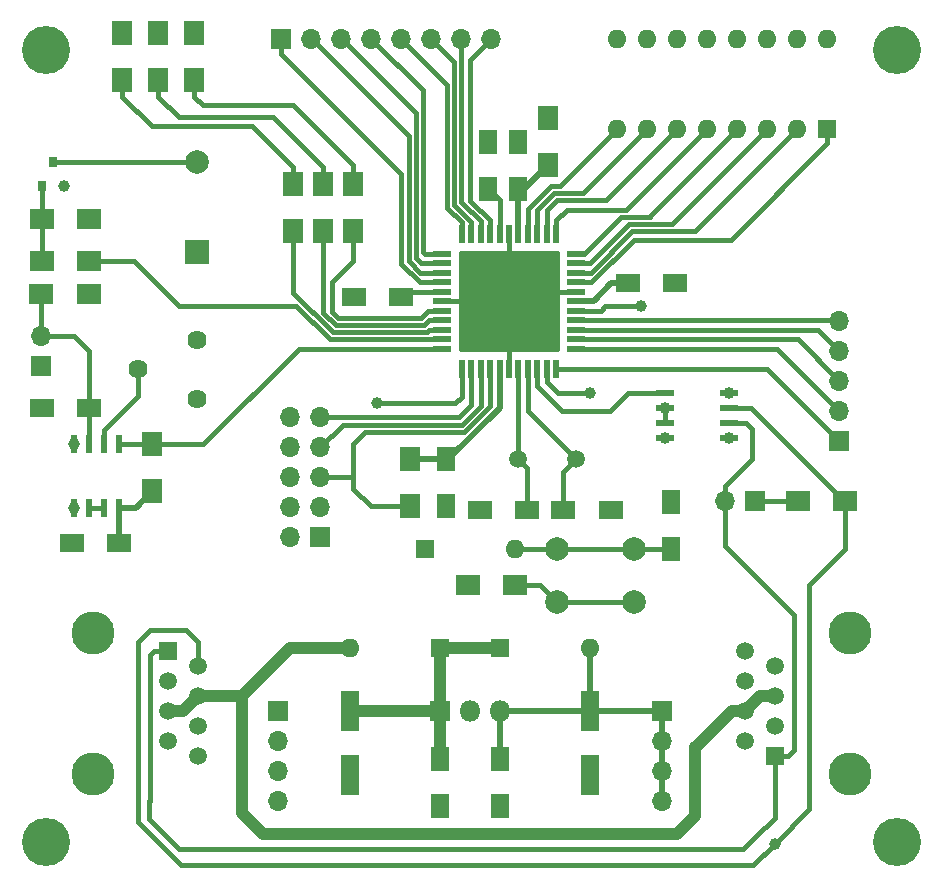
<source format=gbr>
G04 #@! TF.FileFunction,Copper,L1,Top,Signal*
%FSLAX46Y46*%
G04 Gerber Fmt 4.6, Leading zero omitted, Abs format (unit mm)*
G04 Created by KiCad (PCBNEW 4.0.7-e2-6376~58~ubuntu16.04.1) date Wed Jun 27 11:01:06 2018*
%MOMM*%
%LPD*%
G01*
G04 APERTURE LIST*
%ADD10C,0.100000*%
%ADD11R,1.700000X2.000000*%
%ADD12C,3.650000*%
%ADD13R,1.500000X1.500000*%
%ADD14C,1.500000*%
%ADD15R,2.000000X1.700000*%
%ADD16R,2.000000X1.600000*%
%ADD17R,1.600000X1.600000*%
%ADD18O,1.600000X1.600000*%
%ADD19R,1.600000X2.000000*%
%ADD20C,2.000000*%
%ADD21R,0.800000X0.900000*%
%ADD22R,1.550000X0.600000*%
%ADD23R,2.000000X2.000000*%
%ADD24R,1.600000X3.500000*%
%ADD25R,1.700000X1.700000*%
%ADD26O,1.700000X1.700000*%
%ADD27C,1.620000*%
%ADD28R,0.550000X1.500000*%
%ADD29R,1.500000X0.550000*%
%ADD30R,0.600000X1.550000*%
%ADD31R,1.800000X1.800000*%
%ADD32O,1.800000X1.800000*%
%ADD33C,4.064000*%
%ADD34C,1.000000*%
%ADD35C,0.500000*%
%ADD36C,0.400000*%
%ADD37C,1.000000*%
%ADD38C,0.254000*%
G04 APERTURE END LIST*
D10*
D11*
X210820000Y-104584000D03*
X210820000Y-100584000D03*
D12*
X248000000Y-115350000D03*
X248000000Y-127220000D03*
D13*
X241650000Y-125730000D03*
D14*
X239110000Y-124460000D03*
X241650000Y-123190000D03*
X239110000Y-121920000D03*
X241650000Y-120650000D03*
X239110000Y-119380000D03*
X241650000Y-118110000D03*
X239110000Y-116840000D03*
D12*
X183912000Y-127220000D03*
X183912000Y-115350000D03*
D13*
X190262000Y-116840000D03*
D14*
X192802000Y-118110000D03*
X190262000Y-119380000D03*
X192802000Y-120650000D03*
X190262000Y-121920000D03*
X192802000Y-123190000D03*
X190262000Y-124460000D03*
X192802000Y-125730000D03*
D15*
X219710000Y-111252000D03*
X215710000Y-111252000D03*
D16*
X220726000Y-104902000D03*
X216726000Y-104902000D03*
D17*
X212090000Y-108204000D03*
D18*
X219710000Y-108204000D03*
D19*
X213868000Y-100584000D03*
X213868000Y-104584000D03*
X232918000Y-108204000D03*
X232918000Y-104204000D03*
D16*
X223774000Y-104902000D03*
X227774000Y-104902000D03*
D20*
X229766000Y-108204000D03*
X229766000Y-112704000D03*
X223266000Y-108204000D03*
X223266000Y-112704000D03*
D14*
X219964000Y-100584000D03*
X224844000Y-100584000D03*
D21*
X179624000Y-77440000D03*
X181524000Y-77440000D03*
X180574000Y-75440000D03*
D22*
X232410000Y-94996000D03*
X232410000Y-96266000D03*
X232410000Y-97536000D03*
X232410000Y-98806000D03*
X237810000Y-98806000D03*
X237810000Y-97536000D03*
X237810000Y-96266000D03*
X237810000Y-94996000D03*
D23*
X192786000Y-83038000D03*
D20*
X192786000Y-75438000D03*
D19*
X217424000Y-77724000D03*
X217424000Y-73724000D03*
D16*
X229235000Y-85725000D03*
X233235000Y-85725000D03*
X210058000Y-86868000D03*
X206058000Y-86868000D03*
D19*
X219964000Y-77724000D03*
X219964000Y-73724000D03*
D16*
X183642000Y-96266000D03*
X179642000Y-96266000D03*
X182182000Y-107696000D03*
X186182000Y-107696000D03*
D24*
X205740000Y-121920000D03*
X205740000Y-127320000D03*
D19*
X213360000Y-125984000D03*
X213360000Y-129984000D03*
X218440000Y-125984000D03*
X218440000Y-129984000D03*
D24*
X226060000Y-121920000D03*
X226060000Y-127320000D03*
D25*
X203200000Y-107188000D03*
D26*
X200660000Y-107188000D03*
X203200000Y-104648000D03*
X200660000Y-104648000D03*
X203200000Y-102108000D03*
X200660000Y-102108000D03*
X203200000Y-99568000D03*
X200660000Y-99568000D03*
X203200000Y-97028000D03*
X200660000Y-97028000D03*
D11*
X192532000Y-64516000D03*
X192532000Y-68516000D03*
X189484000Y-64516000D03*
X189484000Y-68516000D03*
X186436000Y-64516000D03*
X186436000Y-68516000D03*
D17*
X213360000Y-116586000D03*
D18*
X205740000Y-116586000D03*
D17*
X218440000Y-116586000D03*
D18*
X226060000Y-116586000D03*
D25*
X199898000Y-65024000D03*
D26*
X202438000Y-65024000D03*
X204978000Y-65024000D03*
X207518000Y-65024000D03*
X210058000Y-65024000D03*
X212598000Y-65024000D03*
X215138000Y-65024000D03*
X217678000Y-65024000D03*
D25*
X247142000Y-99060000D03*
D26*
X247142000Y-96520000D03*
X247142000Y-93980000D03*
X247142000Y-91440000D03*
X247142000Y-88900000D03*
D25*
X179578000Y-92710000D03*
D26*
X179578000Y-90170000D03*
D25*
X199644000Y-121920000D03*
D26*
X199644000Y-124460000D03*
X199644000Y-127000000D03*
X199644000Y-129540000D03*
D25*
X232156000Y-121920000D03*
D26*
X232156000Y-124460000D03*
X232156000Y-127000000D03*
X232156000Y-129540000D03*
D25*
X240030000Y-104140000D03*
D26*
X237490000Y-104140000D03*
D11*
X222504000Y-71692000D03*
X222504000Y-75692000D03*
X205994000Y-77280000D03*
X205994000Y-81280000D03*
X203454000Y-77280000D03*
X203454000Y-81280000D03*
X200914000Y-77280000D03*
X200914000Y-81280000D03*
D15*
X247650000Y-104140000D03*
X243650000Y-104140000D03*
X183578000Y-86614000D03*
X179578000Y-86614000D03*
D11*
X188976000Y-103314000D03*
X188976000Y-99314000D03*
D15*
X179624000Y-83790000D03*
X183624000Y-83790000D03*
X179624000Y-80234000D03*
X183624000Y-80234000D03*
D27*
X192786000Y-95504000D03*
X187786000Y-93004000D03*
X192786000Y-90504000D03*
D17*
X246126000Y-72644000D03*
D18*
X228346000Y-65024000D03*
X243586000Y-72644000D03*
X230886000Y-65024000D03*
X241046000Y-72644000D03*
X233426000Y-65024000D03*
X238506000Y-72644000D03*
X235966000Y-65024000D03*
X235966000Y-72644000D03*
X238506000Y-65024000D03*
X233426000Y-72644000D03*
X241046000Y-65024000D03*
X230886000Y-72644000D03*
X243586000Y-65024000D03*
X228346000Y-72644000D03*
X246126000Y-65024000D03*
D28*
X215164000Y-92934000D03*
X215964000Y-92934000D03*
X216764000Y-92934000D03*
X217564000Y-92934000D03*
X218364000Y-92934000D03*
X219164000Y-92934000D03*
X219964000Y-92934000D03*
X220764000Y-92934000D03*
X221564000Y-92934000D03*
X222364000Y-92934000D03*
X223164000Y-92934000D03*
D29*
X224864000Y-91234000D03*
X224864000Y-90434000D03*
X224864000Y-89634000D03*
X224864000Y-88834000D03*
X224864000Y-88034000D03*
X224864000Y-87234000D03*
X224864000Y-86434000D03*
X224864000Y-85634000D03*
X224864000Y-84834000D03*
X224864000Y-84034000D03*
X224864000Y-83234000D03*
D28*
X223164000Y-81534000D03*
X222364000Y-81534000D03*
X221564000Y-81534000D03*
X220764000Y-81534000D03*
X219964000Y-81534000D03*
X219164000Y-81534000D03*
X218364000Y-81534000D03*
X217564000Y-81534000D03*
X216764000Y-81534000D03*
X215964000Y-81534000D03*
X215164000Y-81534000D03*
D29*
X213464000Y-83234000D03*
X213464000Y-84034000D03*
X213464000Y-84834000D03*
X213464000Y-85634000D03*
X213464000Y-86434000D03*
X213464000Y-87234000D03*
X213464000Y-88034000D03*
X213464000Y-88834000D03*
X213464000Y-89634000D03*
X213464000Y-90434000D03*
X213464000Y-91234000D03*
D30*
X186182000Y-99314000D03*
X184912000Y-99314000D03*
X183642000Y-99314000D03*
X182372000Y-99314000D03*
X182372000Y-104714000D03*
X183642000Y-104714000D03*
X184912000Y-104714000D03*
X186182000Y-104714000D03*
D31*
X213360000Y-121920000D03*
D32*
X215900000Y-121920000D03*
X218440000Y-121920000D03*
D33*
X252000000Y-133000000D03*
X180000000Y-133000000D03*
X180000000Y-66000000D03*
X252000000Y-66000000D03*
D34*
X210820000Y-100584000D03*
X186182000Y-107696000D03*
X183578000Y-86614000D03*
X210058000Y-86868000D03*
X222504000Y-71692000D03*
X229235000Y-85725000D03*
X237810000Y-94996000D03*
X210820000Y-104584000D03*
X213868000Y-104584000D03*
X216726000Y-104902000D03*
X215710000Y-111252000D03*
X206058000Y-86868000D03*
X219022000Y-87234000D03*
X233235000Y-85725000D03*
X237810000Y-98806000D03*
X227774000Y-104902000D03*
X232918000Y-104204000D03*
X226060000Y-127320000D03*
X218440000Y-129984000D03*
X213360000Y-129984000D03*
X205740000Y-127320000D03*
X182182000Y-107696000D03*
X182372000Y-99314000D03*
X182372000Y-104714000D03*
X179642000Y-96266000D03*
X181524000Y-77440000D03*
X183624000Y-80234000D03*
X217424000Y-73724000D03*
X219964000Y-73724000D03*
X192532000Y-64516000D03*
X189484000Y-64516000D03*
X186436000Y-64516000D03*
X208026000Y-95885000D03*
X241681000Y-133168106D03*
X226060000Y-94996000D03*
X232410000Y-98806000D03*
X232410000Y-96266000D03*
X230378000Y-87630000D03*
D35*
X224864000Y-87234000D02*
X226329000Y-87234000D01*
X226329000Y-87234000D02*
X227838000Y-85725000D01*
X227838000Y-85725000D02*
X229235000Y-85725000D01*
X186182000Y-104714000D02*
X187576000Y-104714000D01*
X187576000Y-104714000D02*
X188976000Y-103314000D01*
X186182000Y-107696000D02*
X186182000Y-104714000D01*
X210820000Y-100584000D02*
X214025252Y-100584000D01*
X214025252Y-100584000D02*
X218364000Y-96245252D01*
X218364000Y-96245252D02*
X218364000Y-92934000D01*
X226060000Y-121920000D02*
X226060000Y-119670000D01*
X226060000Y-119670000D02*
X226060000Y-116586000D01*
X218440000Y-121920000D02*
X218440000Y-125984000D01*
X218440000Y-121920000D02*
X226060000Y-121920000D01*
X232156000Y-127000000D02*
X232156000Y-129540000D01*
X232156000Y-124460000D02*
X232156000Y-127000000D01*
X232156000Y-121920000D02*
X232156000Y-124460000D01*
X226060000Y-121920000D02*
X232156000Y-121920000D01*
D36*
X213464000Y-86434000D02*
X210492000Y-86434000D01*
X210492000Y-86434000D02*
X210058000Y-86868000D01*
X180574000Y-75440000D02*
X192784000Y-75440000D01*
X192784000Y-75440000D02*
X192786000Y-75438000D01*
X205994000Y-99314000D02*
X205994000Y-102108000D01*
X205994000Y-102108000D02*
X205994000Y-103124000D01*
X203200000Y-102108000D02*
X205994000Y-102108000D01*
X217564000Y-92934000D02*
X217564000Y-96126000D01*
X217564000Y-96126000D02*
X215392000Y-98298000D01*
X215392000Y-98298000D02*
X207010000Y-98298000D01*
X207010000Y-98298000D02*
X205994000Y-99314000D01*
X205994000Y-103124000D02*
X207454000Y-104584000D01*
X207454000Y-104584000D02*
X210820000Y-104584000D01*
X229766000Y-108204000D02*
X223266000Y-108204000D01*
X219710000Y-108204000D02*
X223266000Y-108204000D01*
X232918000Y-108204000D02*
X229766000Y-108204000D01*
X219164000Y-81534000D02*
X219164000Y-86360000D01*
X219164000Y-86360000D02*
X219164000Y-87376000D01*
X224864000Y-86434000D02*
X219238000Y-86434000D01*
X219238000Y-86434000D02*
X219164000Y-86360000D01*
X219164000Y-87376000D02*
X219164000Y-92934000D01*
X213464000Y-87234000D02*
X219022000Y-87234000D01*
X219022000Y-87234000D02*
X219164000Y-87376000D01*
X219964000Y-92934000D02*
X219964000Y-100584000D01*
X219964000Y-100584000D02*
X220726000Y-101346000D01*
X220726000Y-101346000D02*
X220726000Y-104902000D01*
X224844000Y-100584000D02*
X220764000Y-96504000D01*
X220764000Y-96504000D02*
X220764000Y-92934000D01*
X224844000Y-100584000D02*
X223774000Y-101654000D01*
X223774000Y-101654000D02*
X223774000Y-104902000D01*
X218364000Y-81534000D02*
X218364000Y-78664000D01*
X218364000Y-78664000D02*
X217424000Y-77724000D01*
D35*
X219964000Y-77724000D02*
X220472000Y-77724000D01*
X220472000Y-77724000D02*
X222504000Y-75692000D01*
X219964000Y-81534000D02*
X219964000Y-77724000D01*
D36*
X179578000Y-90170000D02*
X182372000Y-90170000D01*
X182372000Y-90170000D02*
X183642000Y-91440000D01*
X183642000Y-91440000D02*
X183642000Y-94234000D01*
X183642000Y-94234000D02*
X183642000Y-96266000D01*
X183642000Y-96266000D02*
X183642000Y-99314000D01*
X179578000Y-86614000D02*
X179578000Y-90170000D01*
D37*
X213360000Y-116586000D02*
X218440000Y-116586000D01*
X213360000Y-121920000D02*
X213360000Y-125984000D01*
X213360000Y-116586000D02*
X213360000Y-121920000D01*
X205740000Y-121920000D02*
X213360000Y-121920000D01*
D36*
X214630000Y-95885000D02*
X208026000Y-95885000D01*
X215164000Y-95351000D02*
X214630000Y-95885000D01*
X215164000Y-92934000D02*
X215164000Y-95351000D01*
X216764000Y-92934000D02*
X216764000Y-96077458D01*
X216764000Y-96077458D02*
X215143468Y-97697990D01*
X215143468Y-97697990D02*
X205070009Y-97697991D01*
X205070009Y-97697991D02*
X203200000Y-99568000D01*
X203200000Y-97028000D02*
X214964916Y-97028000D01*
X214964916Y-97028000D02*
X215964000Y-96028916D01*
X215964000Y-96028916D02*
X215964000Y-92934000D01*
X192532000Y-68516000D02*
X192532000Y-69916000D01*
X200914000Y-70612000D02*
X205994000Y-75692000D01*
X192532000Y-69916000D02*
X193228000Y-70612000D01*
X193228000Y-70612000D02*
X200914000Y-70612000D01*
X205994000Y-75692000D02*
X205994000Y-77280000D01*
X189484000Y-68516000D02*
X189484000Y-69916000D01*
X189484000Y-69916000D02*
X191196000Y-71628000D01*
X191196000Y-71628000D02*
X199202000Y-71628000D01*
X199202000Y-71628000D02*
X203454000Y-75880000D01*
X203454000Y-75880000D02*
X203454000Y-77280000D01*
X189484000Y-68666000D02*
X189484000Y-68516000D01*
X193716000Y-72390000D02*
X194056000Y-72390000D01*
X186436000Y-69916000D02*
X188910000Y-72390000D01*
X194056000Y-72390000D02*
X196850000Y-72390000D01*
X186436000Y-68516000D02*
X186436000Y-69916000D01*
X188910000Y-72390000D02*
X194056000Y-72390000D01*
X196850000Y-72390000D02*
X197104000Y-72390000D01*
X200914000Y-77280000D02*
X200914000Y-75880000D01*
X200914000Y-75880000D02*
X197424000Y-72390000D01*
X197424000Y-72390000D02*
X196850000Y-72390000D01*
X186436000Y-68516000D02*
X186436000Y-68666000D01*
D37*
X241650000Y-120650000D02*
X240380000Y-120650000D01*
X240380000Y-120650000D02*
X239110000Y-121920000D01*
X239110000Y-121920000D02*
X238049340Y-121920000D01*
X238049340Y-121920000D02*
X235001340Y-124968000D01*
X235001340Y-124968000D02*
X234950000Y-124968000D01*
X192802000Y-120650000D02*
X196596000Y-120650000D01*
X190262000Y-121920000D02*
X191532000Y-121920000D01*
X191532000Y-121920000D02*
X192802000Y-120650000D01*
X205740000Y-116586000D02*
X200660000Y-116586000D01*
X200660000Y-116586000D02*
X196596000Y-120650000D01*
X196596000Y-120650000D02*
X196596000Y-130556000D01*
X234950000Y-130810000D02*
X234950000Y-124968000D01*
X196596000Y-130556000D02*
X198374000Y-132334000D01*
X198374000Y-132334000D02*
X233426000Y-132334000D01*
X233426000Y-132334000D02*
X234950000Y-130810000D01*
D36*
X210058000Y-76434000D02*
X210058000Y-84074000D01*
X210058000Y-84074000D02*
X211618000Y-85634000D01*
X211618000Y-85634000D02*
X212314000Y-85634000D01*
X212314000Y-85634000D02*
X213464000Y-85634000D01*
X199898000Y-65024000D02*
X199898000Y-66274000D01*
X199898000Y-66274000D02*
X210058000Y-76434000D01*
X211666542Y-84834000D02*
X210658010Y-83825468D01*
X210658010Y-83825468D02*
X210658010Y-73244010D01*
X210658010Y-73244010D02*
X203287999Y-65873999D01*
X203287999Y-65873999D02*
X202438000Y-65024000D01*
X213464000Y-84834000D02*
X211666542Y-84834000D01*
X211715084Y-84034000D02*
X211258020Y-83576936D01*
X205827999Y-65873999D02*
X204978000Y-65024000D01*
X211258020Y-83576936D02*
X211258020Y-71304020D01*
X211258020Y-71304020D02*
X205827999Y-65873999D01*
X213464000Y-84034000D02*
X211715084Y-84034000D01*
X211858030Y-83058000D02*
X211858030Y-69364030D01*
X211858030Y-69364030D02*
X207518000Y-65024000D01*
X212034030Y-83234000D02*
X211858030Y-83058000D01*
X213464000Y-83234000D02*
X212034030Y-83234000D01*
X215164000Y-81534000D02*
X215164000Y-80529626D01*
X215164000Y-80529626D02*
X213937980Y-79303606D01*
X213937980Y-79303606D02*
X213937980Y-68903980D01*
X213937980Y-68903980D02*
X210058000Y-65024000D01*
X214537990Y-79055074D02*
X214537990Y-66963990D01*
X214537990Y-66963990D02*
X212598000Y-65024000D01*
X215964000Y-81534000D02*
X215964000Y-80481084D01*
X215964000Y-80481084D02*
X214537990Y-79055074D01*
X216764000Y-81534000D02*
X216764000Y-80432542D01*
X216764000Y-80432542D02*
X215138000Y-78806542D01*
X215138000Y-78806542D02*
X215138000Y-66226081D01*
X215138000Y-66226081D02*
X215138000Y-65024000D01*
X215900000Y-78720000D02*
X215900000Y-66802000D01*
X215900000Y-66802000D02*
X217678000Y-65024000D01*
X217564000Y-81534000D02*
X217564000Y-80384000D01*
X217564000Y-80384000D02*
X215900000Y-78720000D01*
X223164000Y-92934000D02*
X241016000Y-92934000D01*
X241016000Y-92934000D02*
X247142000Y-99060000D01*
X224864000Y-91234000D02*
X241856000Y-91234000D01*
X241856000Y-91234000D02*
X247142000Y-96520000D01*
X224864000Y-90434000D02*
X243596000Y-90434000D01*
X243596000Y-90434000D02*
X247142000Y-93980000D01*
X224864000Y-89634000D02*
X245336000Y-89634000D01*
X245336000Y-89634000D02*
X247142000Y-91440000D01*
X224864000Y-88834000D02*
X247076000Y-88834000D01*
X247076000Y-88834000D02*
X247142000Y-88900000D01*
X243332000Y-125198000D02*
X243332000Y-113792000D01*
X243332000Y-113792000D02*
X237490000Y-107950000D01*
X241650000Y-125730000D02*
X242800000Y-125730000D01*
X242800000Y-125730000D02*
X243332000Y-125198000D01*
X239014000Y-133604000D02*
X240030000Y-132588000D01*
X240030000Y-132588000D02*
X240538000Y-132080000D01*
X241650000Y-125730000D02*
X241650000Y-130968000D01*
X241650000Y-130968000D02*
X240030000Y-132588000D01*
X190262000Y-116840000D02*
X189112000Y-116840000D01*
X189112000Y-116840000D02*
X188738000Y-117214000D01*
X188738000Y-117214000D02*
X188738000Y-129524000D01*
X188738000Y-129524000D02*
X188722000Y-129540000D01*
X188722000Y-129540000D02*
X188722000Y-131064000D01*
X191262000Y-133604000D02*
X239014000Y-133604000D01*
X188722000Y-131064000D02*
X191262000Y-133604000D01*
X237490000Y-107950000D02*
X237490000Y-104140000D01*
X237810000Y-97536000D02*
X239268000Y-97536000D01*
X239268000Y-97536000D02*
X239776000Y-98044000D01*
X239776000Y-98044000D02*
X239776000Y-100584000D01*
X239776000Y-100584000D02*
X237490000Y-102870000D01*
X237490000Y-102870000D02*
X237490000Y-104140000D01*
X238285000Y-97536000D02*
X237810000Y-97536000D01*
X237810000Y-97536000D02*
X238335002Y-97536000D01*
X241681000Y-133168106D02*
X244602000Y-130247106D01*
X239848106Y-135001000D02*
X241681000Y-133168106D01*
X239141000Y-135001000D02*
X239848106Y-135001000D01*
X247650000Y-108204000D02*
X247650000Y-104140000D01*
X244602000Y-130247106D02*
X244602000Y-111252000D01*
X244602000Y-111252000D02*
X247650000Y-108204000D01*
X191389000Y-135001000D02*
X239141000Y-135001000D01*
X192802000Y-118110000D02*
X192802000Y-116078000D01*
X192802000Y-116078000D02*
X191786000Y-115062000D01*
X187722000Y-116078000D02*
X187722000Y-131334000D01*
X191786000Y-115062000D02*
X188738000Y-115062000D01*
X188738000Y-115062000D02*
X187722000Y-116078000D01*
X187722000Y-131334000D02*
X191389000Y-135001000D01*
X247650000Y-104140000D02*
X247500000Y-104140000D01*
X247500000Y-104140000D02*
X239626000Y-96266000D01*
X239626000Y-96266000D02*
X238985000Y-96266000D01*
X238985000Y-96266000D02*
X237810000Y-96266000D01*
X239268000Y-96266000D02*
X237810000Y-96266000D01*
X240030000Y-104140000D02*
X243650000Y-104140000D01*
X179624000Y-80234000D02*
X179624000Y-83790000D01*
X179624000Y-77440000D02*
X179624000Y-80234000D01*
X223266000Y-112704000D02*
X221814000Y-111252000D01*
X221814000Y-111252000D02*
X219710000Y-111252000D01*
X223266000Y-112704000D02*
X224680213Y-112704000D01*
X224680213Y-112704000D02*
X229766000Y-112704000D01*
X223194000Y-112776000D02*
X223266000Y-112704000D01*
X204216000Y-85598000D02*
X205994000Y-83820000D01*
X205994000Y-83820000D02*
X205994000Y-81280000D01*
X204216000Y-88138000D02*
X204216000Y-85598000D01*
X204724000Y-88646000D02*
X204216000Y-88138000D01*
X213464000Y-88034000D02*
X212314000Y-88034000D01*
X212314000Y-88034000D02*
X211702000Y-88646000D01*
X211702000Y-88646000D02*
X204724000Y-88646000D01*
X204475467Y-89246009D02*
X203454000Y-88224542D01*
X203454000Y-81280000D02*
X203454000Y-88224542D01*
X213464000Y-88834000D02*
X212362542Y-88834000D01*
X212362542Y-88834000D02*
X211950532Y-89246010D01*
X211950532Y-89246010D02*
X204475467Y-89246009D01*
X200914000Y-86533084D02*
X200914000Y-81280000D01*
X213464000Y-89634000D02*
X212411084Y-89634000D01*
X212411084Y-89634000D02*
X212199063Y-89846019D01*
X212199063Y-89846019D02*
X204226934Y-89846018D01*
X204226934Y-89846018D02*
X200914000Y-86533084D01*
X201374000Y-91234000D02*
X193294000Y-99314000D01*
X188976000Y-99314000D02*
X186182000Y-99314000D01*
X193294000Y-99314000D02*
X188976000Y-99314000D01*
X213464000Y-91234000D02*
X201374000Y-91234000D01*
X183624000Y-83790000D02*
X187416374Y-83790000D01*
X201168000Y-87635626D02*
X203978401Y-90446027D01*
X187416374Y-83790000D02*
X191262000Y-87635626D01*
X203978401Y-90446027D02*
X213451972Y-90446028D01*
X191262000Y-87635626D02*
X201168000Y-87635626D01*
X213451972Y-90446028D02*
X213464000Y-90434000D01*
X184912000Y-99314000D02*
X184912000Y-98139000D01*
X187786000Y-94149512D02*
X187786000Y-93004000D01*
X184912000Y-98139000D02*
X187786000Y-95265000D01*
X187786000Y-95265000D02*
X187786000Y-94149512D01*
X229703084Y-82042000D02*
X237928000Y-82042000D01*
X224864000Y-85634000D02*
X226111084Y-85634000D01*
X226111084Y-85634000D02*
X229703084Y-82042000D01*
X246126000Y-72644000D02*
X246126000Y-73844000D01*
X246126000Y-73844000D02*
X237928000Y-82042000D01*
X243586000Y-72644000D02*
X234927971Y-81302029D01*
X234927971Y-81302029D02*
X229594512Y-81302030D01*
X229594512Y-81302030D02*
X226062542Y-84834000D01*
X226062542Y-84834000D02*
X224864000Y-84834000D01*
X224864000Y-84034000D02*
X226014000Y-84034000D01*
X240246001Y-73443999D02*
X241046000Y-72644000D01*
X226014000Y-84034000D02*
X229345980Y-80702020D01*
X229345980Y-80702020D02*
X232987980Y-80702020D01*
X232987980Y-80702020D02*
X240246001Y-73443999D01*
X228605990Y-80102010D02*
X231140000Y-80102010D01*
X238506000Y-72644000D02*
X231140000Y-80010000D01*
X231140000Y-80010000D02*
X231140000Y-80102010D01*
X224864000Y-83234000D02*
X225474000Y-83234000D01*
X225474000Y-83234000D02*
X228605990Y-80102010D01*
X224046000Y-79502000D02*
X228346000Y-79502000D01*
X235966000Y-72644000D02*
X229108000Y-79502000D01*
X229108000Y-79502000D02*
X228346000Y-79502000D01*
X223164000Y-81534000D02*
X223164000Y-80384000D01*
X223164000Y-80384000D02*
X224046000Y-79502000D01*
X223235066Y-78670020D02*
X227399980Y-78670020D01*
X227399980Y-78670020D02*
X233426000Y-72644000D01*
X222364000Y-79541086D02*
X223235066Y-78670020D01*
X222364000Y-81534000D02*
X222364000Y-79541086D01*
X222986534Y-78070010D02*
X225459990Y-78070010D01*
X225459990Y-78070010D02*
X230886000Y-72644000D01*
X221564000Y-81534000D02*
X221564000Y-79492544D01*
X221564000Y-79492544D02*
X222986534Y-78070010D01*
X228346000Y-72644000D02*
X223520000Y-77470000D01*
X223520000Y-77470000D02*
X222738002Y-77470000D01*
X222738002Y-77470000D02*
X220764000Y-79444002D01*
X220764000Y-79444002D02*
X220764000Y-81534000D01*
X221564000Y-92934000D02*
X221564000Y-94437000D01*
X221564000Y-94437000D02*
X223647000Y-96520000D01*
X223647000Y-96520000D02*
X227711000Y-96520000D01*
X227711000Y-96520000D02*
X229235000Y-94996000D01*
X229235000Y-94996000D02*
X232410000Y-94996000D01*
X226060000Y-94996000D02*
X223276000Y-94996000D01*
X222364000Y-92934000D02*
X222364000Y-94084000D01*
X222364000Y-94084000D02*
X223276000Y-94996000D01*
X227330000Y-87630000D02*
X230378000Y-87630000D01*
X226926000Y-88034000D02*
X227330000Y-87630000D01*
X224864000Y-88034000D02*
X226926000Y-88034000D01*
X232410000Y-97536000D02*
X232410000Y-96266000D01*
X183642000Y-104714000D02*
X184912000Y-104714000D01*
D38*
G36*
X223329500Y-91376500D02*
X215011000Y-91376500D01*
X215011000Y-83058000D01*
X223329500Y-83058000D01*
X223329500Y-91376500D01*
X223329500Y-91376500D01*
G37*
X223329500Y-91376500D02*
X215011000Y-91376500D01*
X215011000Y-83058000D01*
X223329500Y-83058000D01*
X223329500Y-91376500D01*
M02*

</source>
